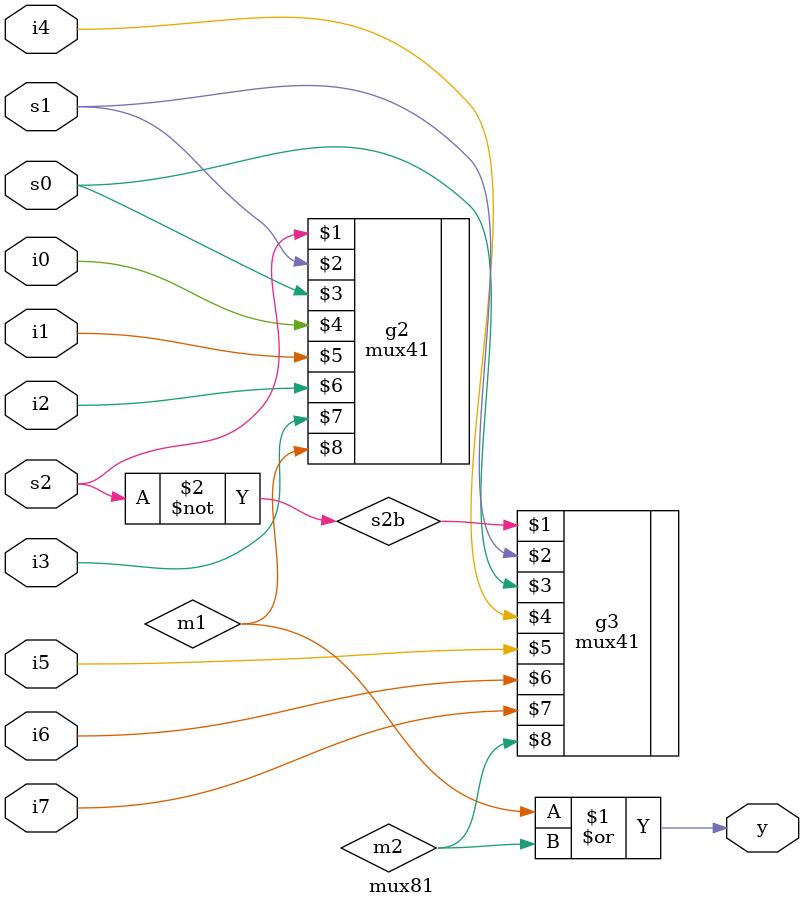
<source format=v>
`include "mux41_en.v"
module mux81(s2,s1,s0,i0,i1,i2,i3,i4,i5,i6,i7,y);
input s2,s1,s0,i0,i1,i2,i3,i4,i5,i6,i7;
output y;
wire s2b,m1,m2;
not g1(s2b,s2);
mux41 g2(s2,s1,s0,i0,i1,i2,i3,m1);
mux41 g3(s2b,s1,s0,i4,i5,i6,i7,m2);
or g4(y,m1,m2);
endmodule

</source>
